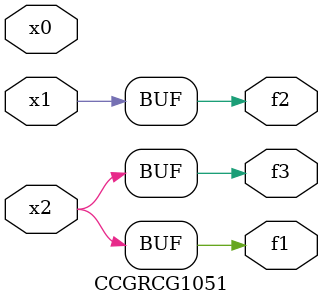
<source format=v>
module CCGRCG1051(
	input x0, x1, x2,
	output f1, f2, f3
);
	assign f1 = x2;
	assign f2 = x1;
	assign f3 = x2;
endmodule

</source>
